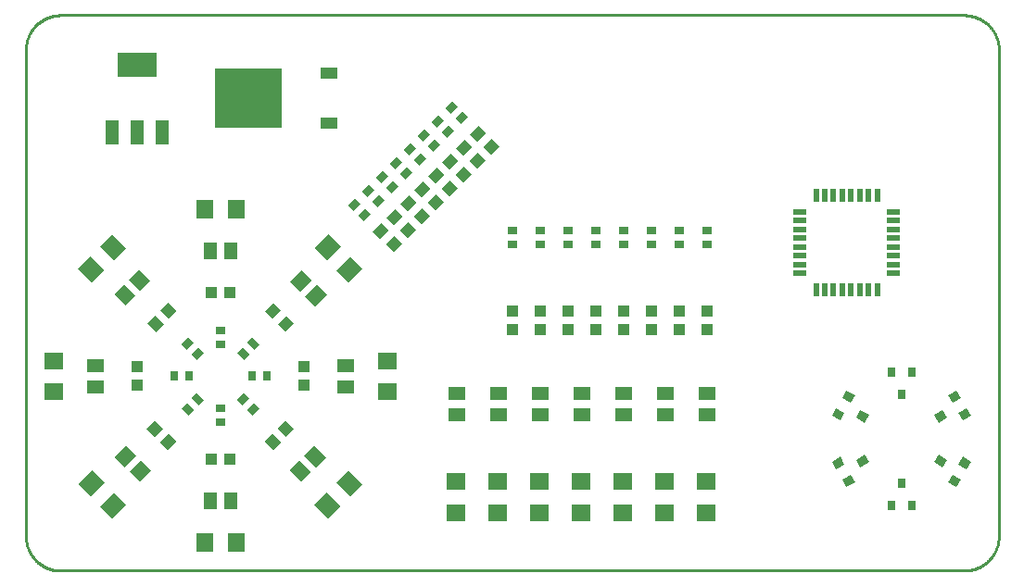
<source format=gbp>
G75*
%MOIN*%
%OFA0B0*%
%FSLAX25Y25*%
%IPPOS*%
%LPD*%
%AMOC8*
5,1,8,0,0,1.08239X$1,22.5*
%
%ADD10C,0.01000*%
%ADD11R,0.04800X0.08800*%
%ADD12R,0.14173X0.08661*%
%ADD13R,0.03150X0.03543*%
%ADD14R,0.06299X0.07098*%
%ADD15R,0.05118X0.05906*%
%ADD16R,0.03937X0.04331*%
%ADD17R,0.02756X0.03543*%
%ADD18R,0.07098X0.06299*%
%ADD19R,0.05906X0.05118*%
%ADD20R,0.04331X0.03937*%
%ADD21R,0.03543X0.02756*%
%ADD22R,0.05000X0.02200*%
%ADD23R,0.02200X0.05000*%
%ADD24R,0.06299X0.03937*%
%ADD25R,0.24409X0.21260*%
D10*
X0014000Y0001750D02*
X0339000Y0001750D01*
X0339302Y0001754D01*
X0339604Y0001765D01*
X0339905Y0001783D01*
X0340206Y0001808D01*
X0340507Y0001841D01*
X0340806Y0001881D01*
X0341104Y0001928D01*
X0341402Y0001983D01*
X0341697Y0002044D01*
X0341991Y0002113D01*
X0342284Y0002189D01*
X0342574Y0002272D01*
X0342863Y0002362D01*
X0343149Y0002459D01*
X0343433Y0002562D01*
X0343714Y0002673D01*
X0343992Y0002790D01*
X0344268Y0002914D01*
X0344540Y0003045D01*
X0344809Y0003182D01*
X0345075Y0003325D01*
X0345337Y0003475D01*
X0345596Y0003632D01*
X0345850Y0003794D01*
X0346101Y0003963D01*
X0346347Y0004137D01*
X0346590Y0004318D01*
X0346827Y0004504D01*
X0347061Y0004696D01*
X0347289Y0004894D01*
X0347513Y0005097D01*
X0347731Y0005305D01*
X0347945Y0005519D01*
X0348153Y0005737D01*
X0348356Y0005961D01*
X0348554Y0006189D01*
X0348746Y0006423D01*
X0348932Y0006660D01*
X0349113Y0006903D01*
X0349287Y0007149D01*
X0349456Y0007400D01*
X0349618Y0007654D01*
X0349775Y0007913D01*
X0349925Y0008175D01*
X0350068Y0008441D01*
X0350205Y0008710D01*
X0350336Y0008982D01*
X0350460Y0009258D01*
X0350577Y0009536D01*
X0350688Y0009817D01*
X0350791Y0010101D01*
X0350888Y0010387D01*
X0350978Y0010676D01*
X0351061Y0010966D01*
X0351137Y0011259D01*
X0351206Y0011553D01*
X0351267Y0011848D01*
X0351322Y0012146D01*
X0351369Y0012444D01*
X0351409Y0012743D01*
X0351442Y0013044D01*
X0351467Y0013345D01*
X0351485Y0013646D01*
X0351496Y0013948D01*
X0351500Y0014250D01*
X0351500Y0189250D01*
X0351496Y0189552D01*
X0351485Y0189854D01*
X0351467Y0190155D01*
X0351442Y0190456D01*
X0351409Y0190757D01*
X0351369Y0191056D01*
X0351322Y0191354D01*
X0351267Y0191652D01*
X0351206Y0191947D01*
X0351137Y0192241D01*
X0351061Y0192534D01*
X0350978Y0192824D01*
X0350888Y0193113D01*
X0350791Y0193399D01*
X0350688Y0193683D01*
X0350577Y0193964D01*
X0350460Y0194242D01*
X0350336Y0194518D01*
X0350205Y0194790D01*
X0350068Y0195059D01*
X0349925Y0195325D01*
X0349775Y0195587D01*
X0349618Y0195846D01*
X0349456Y0196100D01*
X0349287Y0196351D01*
X0349113Y0196597D01*
X0348932Y0196840D01*
X0348746Y0197077D01*
X0348554Y0197311D01*
X0348356Y0197539D01*
X0348153Y0197763D01*
X0347945Y0197981D01*
X0347731Y0198195D01*
X0347513Y0198403D01*
X0347289Y0198606D01*
X0347061Y0198804D01*
X0346827Y0198996D01*
X0346590Y0199182D01*
X0346347Y0199363D01*
X0346101Y0199537D01*
X0345850Y0199706D01*
X0345596Y0199868D01*
X0345337Y0200025D01*
X0345075Y0200175D01*
X0344809Y0200318D01*
X0344540Y0200455D01*
X0344268Y0200586D01*
X0343992Y0200710D01*
X0343714Y0200827D01*
X0343433Y0200938D01*
X0343149Y0201041D01*
X0342863Y0201138D01*
X0342574Y0201228D01*
X0342284Y0201311D01*
X0341991Y0201387D01*
X0341697Y0201456D01*
X0341402Y0201517D01*
X0341104Y0201572D01*
X0340806Y0201619D01*
X0340507Y0201659D01*
X0340206Y0201692D01*
X0339905Y0201717D01*
X0339604Y0201735D01*
X0339302Y0201746D01*
X0339000Y0201750D01*
X0014000Y0201750D01*
X0013698Y0201746D01*
X0013396Y0201735D01*
X0013095Y0201717D01*
X0012794Y0201692D01*
X0012493Y0201659D01*
X0012194Y0201619D01*
X0011896Y0201572D01*
X0011598Y0201517D01*
X0011303Y0201456D01*
X0011009Y0201387D01*
X0010716Y0201311D01*
X0010426Y0201228D01*
X0010137Y0201138D01*
X0009851Y0201041D01*
X0009567Y0200938D01*
X0009286Y0200827D01*
X0009008Y0200710D01*
X0008732Y0200586D01*
X0008460Y0200455D01*
X0008191Y0200318D01*
X0007925Y0200175D01*
X0007663Y0200025D01*
X0007404Y0199868D01*
X0007150Y0199706D01*
X0006899Y0199537D01*
X0006653Y0199363D01*
X0006410Y0199182D01*
X0006173Y0198996D01*
X0005939Y0198804D01*
X0005711Y0198606D01*
X0005487Y0198403D01*
X0005269Y0198195D01*
X0005055Y0197981D01*
X0004847Y0197763D01*
X0004644Y0197539D01*
X0004446Y0197311D01*
X0004254Y0197077D01*
X0004068Y0196840D01*
X0003887Y0196597D01*
X0003713Y0196351D01*
X0003544Y0196100D01*
X0003382Y0195846D01*
X0003225Y0195587D01*
X0003075Y0195325D01*
X0002932Y0195059D01*
X0002795Y0194790D01*
X0002664Y0194518D01*
X0002540Y0194242D01*
X0002423Y0193964D01*
X0002312Y0193683D01*
X0002209Y0193399D01*
X0002112Y0193113D01*
X0002022Y0192824D01*
X0001939Y0192534D01*
X0001863Y0192241D01*
X0001794Y0191947D01*
X0001733Y0191652D01*
X0001678Y0191354D01*
X0001631Y0191056D01*
X0001591Y0190757D01*
X0001558Y0190456D01*
X0001533Y0190155D01*
X0001515Y0189854D01*
X0001504Y0189552D01*
X0001500Y0189250D01*
X0001500Y0014250D01*
X0001504Y0013948D01*
X0001515Y0013646D01*
X0001533Y0013345D01*
X0001558Y0013044D01*
X0001591Y0012743D01*
X0001631Y0012444D01*
X0001678Y0012146D01*
X0001733Y0011848D01*
X0001794Y0011553D01*
X0001863Y0011259D01*
X0001939Y0010966D01*
X0002022Y0010676D01*
X0002112Y0010387D01*
X0002209Y0010101D01*
X0002312Y0009817D01*
X0002423Y0009536D01*
X0002540Y0009258D01*
X0002664Y0008982D01*
X0002795Y0008710D01*
X0002932Y0008441D01*
X0003075Y0008175D01*
X0003225Y0007913D01*
X0003382Y0007654D01*
X0003544Y0007400D01*
X0003713Y0007149D01*
X0003887Y0006903D01*
X0004068Y0006660D01*
X0004254Y0006423D01*
X0004446Y0006189D01*
X0004644Y0005961D01*
X0004847Y0005737D01*
X0005055Y0005519D01*
X0005269Y0005305D01*
X0005487Y0005097D01*
X0005711Y0004894D01*
X0005939Y0004696D01*
X0006173Y0004504D01*
X0006410Y0004318D01*
X0006653Y0004137D01*
X0006899Y0003963D01*
X0007150Y0003794D01*
X0007404Y0003632D01*
X0007663Y0003475D01*
X0007925Y0003325D01*
X0008191Y0003182D01*
X0008460Y0003045D01*
X0008732Y0002914D01*
X0009008Y0002790D01*
X0009286Y0002673D01*
X0009567Y0002562D01*
X0009851Y0002459D01*
X0010137Y0002362D01*
X0010426Y0002272D01*
X0010716Y0002189D01*
X0011009Y0002113D01*
X0011303Y0002044D01*
X0011598Y0001983D01*
X0011896Y0001928D01*
X0012194Y0001881D01*
X0012493Y0001841D01*
X0012794Y0001808D01*
X0013095Y0001783D01*
X0013396Y0001765D01*
X0013698Y0001754D01*
X0014000Y0001750D01*
D11*
X0032400Y0159550D03*
X0041500Y0159550D03*
X0050600Y0159550D03*
D12*
X0041500Y0183951D03*
D13*
G36*
X0296041Y0058457D02*
X0294466Y0055730D01*
X0291399Y0057501D01*
X0292974Y0060228D01*
X0296041Y0058457D01*
G37*
G36*
X0304731Y0057759D02*
X0303156Y0055032D01*
X0300089Y0056803D01*
X0301664Y0059530D01*
X0304731Y0057759D01*
G37*
G36*
X0299782Y0064936D02*
X0298207Y0062209D01*
X0295140Y0063980D01*
X0296715Y0066707D01*
X0299782Y0064936D01*
G37*
X0312760Y0073187D03*
X0320240Y0073187D03*
X0316500Y0065313D03*
G36*
X0329844Y0055032D02*
X0328269Y0057759D01*
X0331336Y0059530D01*
X0332911Y0056803D01*
X0329844Y0055032D01*
G37*
G36*
X0338534Y0055730D02*
X0336959Y0058457D01*
X0340026Y0060228D01*
X0341601Y0057501D01*
X0338534Y0055730D01*
G37*
G36*
X0334793Y0062209D02*
X0333218Y0064936D01*
X0336285Y0066707D01*
X0337860Y0063980D01*
X0334793Y0062209D01*
G37*
G36*
X0328269Y0040741D02*
X0329844Y0043468D01*
X0332911Y0041697D01*
X0331336Y0038970D01*
X0328269Y0040741D01*
G37*
G36*
X0333218Y0033564D02*
X0334793Y0036291D01*
X0337860Y0034520D01*
X0336285Y0031793D01*
X0333218Y0033564D01*
G37*
G36*
X0336959Y0040043D02*
X0338534Y0042770D01*
X0341601Y0040999D01*
X0340026Y0038272D01*
X0336959Y0040043D01*
G37*
X0316500Y0033187D03*
X0312760Y0025313D03*
X0320240Y0025313D03*
G36*
X0298207Y0036291D02*
X0299782Y0033564D01*
X0296715Y0031793D01*
X0295140Y0034520D01*
X0298207Y0036291D01*
G37*
G36*
X0294466Y0042770D02*
X0296041Y0040043D01*
X0292974Y0038272D01*
X0291399Y0040999D01*
X0294466Y0042770D01*
G37*
G36*
X0303156Y0043468D02*
X0304731Y0040741D01*
X0301664Y0038970D01*
X0300089Y0041697D01*
X0303156Y0043468D01*
G37*
D14*
G36*
X0122695Y0032927D02*
X0118241Y0028473D01*
X0113223Y0033491D01*
X0117677Y0037945D01*
X0122695Y0032927D01*
G37*
G36*
X0114777Y0025009D02*
X0110323Y0020555D01*
X0105305Y0025573D01*
X0109759Y0030027D01*
X0114777Y0025009D01*
G37*
X0077098Y0011750D03*
X0065902Y0011750D03*
G36*
X0032677Y0020555D02*
X0028223Y0025009D01*
X0033241Y0030027D01*
X0037695Y0025573D01*
X0032677Y0020555D01*
G37*
G36*
X0024759Y0028473D02*
X0020305Y0032927D01*
X0025323Y0037945D01*
X0029777Y0033491D01*
X0024759Y0028473D01*
G37*
G36*
X0020305Y0110573D02*
X0024759Y0115027D01*
X0029777Y0110009D01*
X0025323Y0105555D01*
X0020305Y0110573D01*
G37*
G36*
X0028223Y0118491D02*
X0032677Y0122945D01*
X0037695Y0117927D01*
X0033241Y0113473D01*
X0028223Y0118491D01*
G37*
X0065902Y0131750D03*
X0077098Y0131750D03*
G36*
X0110323Y0122945D02*
X0114777Y0118491D01*
X0109759Y0113473D01*
X0105305Y0117927D01*
X0110323Y0122945D01*
G37*
G36*
X0118241Y0115027D02*
X0122695Y0110573D01*
X0117677Y0105555D01*
X0113223Y0110009D01*
X0118241Y0115027D01*
G37*
D15*
G36*
X0100292Y0102212D02*
X0096673Y0105831D01*
X0100848Y0110006D01*
X0104467Y0106387D01*
X0100292Y0102212D01*
G37*
G36*
X0105581Y0096923D02*
X0101962Y0100542D01*
X0106137Y0104717D01*
X0109756Y0101098D01*
X0105581Y0096923D01*
G37*
X0075240Y0116750D03*
X0067760Y0116750D03*
G36*
X0038533Y0106637D02*
X0042152Y0110256D01*
X0046327Y0106081D01*
X0042708Y0102462D01*
X0038533Y0106637D01*
G37*
G36*
X0033244Y0101348D02*
X0036863Y0104967D01*
X0041038Y0100792D01*
X0037419Y0097173D01*
X0033244Y0101348D01*
G37*
G36*
X0037669Y0046827D02*
X0041288Y0043208D01*
X0037113Y0039033D01*
X0033494Y0042652D01*
X0037669Y0046827D01*
G37*
G36*
X0042958Y0041538D02*
X0046577Y0037919D01*
X0042402Y0033744D01*
X0038783Y0037363D01*
X0042958Y0041538D01*
G37*
X0067760Y0026750D03*
X0075240Y0026750D03*
G36*
X0104217Y0037363D02*
X0100598Y0033744D01*
X0096423Y0037919D01*
X0100042Y0041538D01*
X0104217Y0037363D01*
G37*
G36*
X0109506Y0042652D02*
X0105887Y0039033D01*
X0101712Y0043208D01*
X0105331Y0046827D01*
X0109506Y0042652D01*
G37*
D16*
G36*
X0098038Y0052727D02*
X0095255Y0049944D01*
X0092194Y0053005D01*
X0094977Y0055788D01*
X0098038Y0052727D01*
G37*
G36*
X0093306Y0047995D02*
X0090523Y0045212D01*
X0087462Y0048273D01*
X0090245Y0051056D01*
X0093306Y0047995D01*
G37*
X0074846Y0041750D03*
X0068154Y0041750D03*
G36*
X0052477Y0045212D02*
X0049694Y0047995D01*
X0052755Y0051056D01*
X0055538Y0048273D01*
X0052477Y0045212D01*
G37*
G36*
X0047745Y0049944D02*
X0044962Y0052727D01*
X0048023Y0055788D01*
X0050806Y0053005D01*
X0047745Y0049944D01*
G37*
G36*
X0045212Y0090773D02*
X0047995Y0093556D01*
X0051056Y0090495D01*
X0048273Y0087712D01*
X0045212Y0090773D01*
G37*
G36*
X0049944Y0095505D02*
X0052727Y0098288D01*
X0055788Y0095227D01*
X0053005Y0092444D01*
X0049944Y0095505D01*
G37*
X0068154Y0101750D03*
X0074846Y0101750D03*
G36*
X0090523Y0098288D02*
X0093306Y0095505D01*
X0090245Y0092444D01*
X0087462Y0095227D01*
X0090523Y0098288D01*
G37*
G36*
X0095255Y0093556D02*
X0098038Y0090773D01*
X0094977Y0087712D01*
X0092194Y0090495D01*
X0095255Y0093556D01*
G37*
G36*
X0134005Y0122306D02*
X0136788Y0119523D01*
X0133727Y0116462D01*
X0130944Y0119245D01*
X0134005Y0122306D01*
G37*
G36*
X0129273Y0127038D02*
X0132056Y0124255D01*
X0128995Y0121194D01*
X0126212Y0123977D01*
X0129273Y0127038D01*
G37*
G36*
X0134273Y0132038D02*
X0137056Y0129255D01*
X0133995Y0126194D01*
X0131212Y0128977D01*
X0134273Y0132038D01*
G37*
G36*
X0139273Y0137038D02*
X0142056Y0134255D01*
X0138995Y0131194D01*
X0136212Y0133977D01*
X0139273Y0137038D01*
G37*
G36*
X0144273Y0142038D02*
X0147056Y0139255D01*
X0143995Y0136194D01*
X0141212Y0138977D01*
X0144273Y0142038D01*
G37*
G36*
X0149273Y0147038D02*
X0152056Y0144255D01*
X0148995Y0141194D01*
X0146212Y0143977D01*
X0149273Y0147038D01*
G37*
G36*
X0154273Y0152038D02*
X0157056Y0149255D01*
X0153995Y0146194D01*
X0151212Y0148977D01*
X0154273Y0152038D01*
G37*
G36*
X0159273Y0157038D02*
X0162056Y0154255D01*
X0158995Y0151194D01*
X0156212Y0153977D01*
X0159273Y0157038D01*
G37*
G36*
X0164273Y0162038D02*
X0167056Y0159255D01*
X0163995Y0156194D01*
X0161212Y0158977D01*
X0164273Y0162038D01*
G37*
G36*
X0169005Y0157306D02*
X0171788Y0154523D01*
X0168727Y0151462D01*
X0165944Y0154245D01*
X0169005Y0157306D01*
G37*
G36*
X0164005Y0152306D02*
X0166788Y0149523D01*
X0163727Y0146462D01*
X0160944Y0149245D01*
X0164005Y0152306D01*
G37*
G36*
X0159005Y0147306D02*
X0161788Y0144523D01*
X0158727Y0141462D01*
X0155944Y0144245D01*
X0159005Y0147306D01*
G37*
G36*
X0154005Y0142306D02*
X0156788Y0139523D01*
X0153727Y0136462D01*
X0150944Y0139245D01*
X0154005Y0142306D01*
G37*
G36*
X0149005Y0137306D02*
X0151788Y0134523D01*
X0148727Y0131462D01*
X0145944Y0134245D01*
X0149005Y0137306D01*
G37*
G36*
X0144005Y0132306D02*
X0146788Y0129523D01*
X0143727Y0126462D01*
X0140944Y0129245D01*
X0144005Y0132306D01*
G37*
G36*
X0139005Y0127306D02*
X0141788Y0124523D01*
X0138727Y0121462D01*
X0135944Y0124245D01*
X0139005Y0127306D01*
G37*
D17*
G36*
X0128033Y0132714D02*
X0126084Y0134663D01*
X0128587Y0137166D01*
X0130536Y0135217D01*
X0128033Y0132714D01*
G37*
G36*
X0123033Y0127714D02*
X0121084Y0129663D01*
X0123587Y0132166D01*
X0125536Y0130217D01*
X0123033Y0127714D01*
G37*
G36*
X0119413Y0131334D02*
X0117464Y0133283D01*
X0119967Y0135786D01*
X0121916Y0133837D01*
X0119413Y0131334D01*
G37*
G36*
X0124413Y0136334D02*
X0122464Y0138283D01*
X0124967Y0140786D01*
X0126916Y0138837D01*
X0124413Y0136334D01*
G37*
G36*
X0133033Y0137714D02*
X0131084Y0139663D01*
X0133587Y0142166D01*
X0135536Y0140217D01*
X0133033Y0137714D01*
G37*
G36*
X0129413Y0141334D02*
X0127464Y0143283D01*
X0129967Y0145786D01*
X0131916Y0143837D01*
X0129413Y0141334D01*
G37*
G36*
X0138033Y0142714D02*
X0136084Y0144663D01*
X0138587Y0147166D01*
X0140536Y0145217D01*
X0138033Y0142714D01*
G37*
G36*
X0134413Y0146334D02*
X0132464Y0148283D01*
X0134967Y0150786D01*
X0136916Y0148837D01*
X0134413Y0146334D01*
G37*
G36*
X0143033Y0147714D02*
X0141084Y0149663D01*
X0143587Y0152166D01*
X0145536Y0150217D01*
X0143033Y0147714D01*
G37*
G36*
X0139413Y0151334D02*
X0137464Y0153283D01*
X0139967Y0155786D01*
X0141916Y0153837D01*
X0139413Y0151334D01*
G37*
G36*
X0148033Y0152714D02*
X0146084Y0154663D01*
X0148587Y0157166D01*
X0150536Y0155217D01*
X0148033Y0152714D01*
G37*
G36*
X0144413Y0156334D02*
X0142464Y0158283D01*
X0144967Y0160786D01*
X0146916Y0158837D01*
X0144413Y0156334D01*
G37*
G36*
X0153033Y0157714D02*
X0151084Y0159663D01*
X0153587Y0162166D01*
X0155536Y0160217D01*
X0153033Y0157714D01*
G37*
G36*
X0149413Y0161334D02*
X0147464Y0163283D01*
X0149967Y0165786D01*
X0151916Y0163837D01*
X0149413Y0161334D01*
G37*
G36*
X0158033Y0162714D02*
X0156084Y0164663D01*
X0158587Y0167166D01*
X0160536Y0165217D01*
X0158033Y0162714D01*
G37*
G36*
X0154413Y0166334D02*
X0152464Y0168283D01*
X0154967Y0170786D01*
X0156916Y0168837D01*
X0154413Y0166334D01*
G37*
G36*
X0081084Y0083837D02*
X0083033Y0085786D01*
X0085536Y0083283D01*
X0083587Y0081334D01*
X0081084Y0083837D01*
G37*
G36*
X0077464Y0080217D02*
X0079413Y0082166D01*
X0081916Y0079663D01*
X0079967Y0077714D01*
X0077464Y0080217D01*
G37*
X0082941Y0071750D03*
X0088059Y0071750D03*
G36*
X0079967Y0065786D02*
X0081916Y0063837D01*
X0079413Y0061334D01*
X0077464Y0063283D01*
X0079967Y0065786D01*
G37*
G36*
X0083587Y0062166D02*
X0085536Y0060217D01*
X0083033Y0057714D01*
X0081084Y0059663D01*
X0083587Y0062166D01*
G37*
G36*
X0061084Y0063837D02*
X0063033Y0065786D01*
X0065536Y0063283D01*
X0063587Y0061334D01*
X0061084Y0063837D01*
G37*
G36*
X0057464Y0060217D02*
X0059413Y0062166D01*
X0061916Y0059663D01*
X0059967Y0057714D01*
X0057464Y0060217D01*
G37*
X0054941Y0071750D03*
X0060059Y0071750D03*
G36*
X0063587Y0082166D02*
X0065536Y0080217D01*
X0063033Y0077714D01*
X0061084Y0079663D01*
X0063587Y0082166D01*
G37*
G36*
X0059967Y0085786D02*
X0061916Y0083837D01*
X0059413Y0081334D01*
X0057464Y0083283D01*
X0059967Y0085786D01*
G37*
D18*
X0011500Y0077348D03*
X0011500Y0066152D03*
X0131500Y0066152D03*
X0131500Y0077348D03*
X0156250Y0033848D03*
X0171250Y0033848D03*
X0186250Y0033848D03*
X0186250Y0022652D03*
X0171250Y0022652D03*
X0156250Y0022652D03*
X0201250Y0022652D03*
X0216250Y0022652D03*
X0231250Y0022652D03*
X0246250Y0022652D03*
X0246250Y0033848D03*
X0231250Y0033848D03*
X0216250Y0033848D03*
X0201250Y0033848D03*
D19*
X0201500Y0058010D03*
X0201500Y0065490D03*
X0216500Y0065490D03*
X0216500Y0058010D03*
X0231500Y0058010D03*
X0231500Y0065490D03*
X0246500Y0065490D03*
X0246500Y0058010D03*
X0186500Y0058010D03*
X0186500Y0065490D03*
X0171500Y0065490D03*
X0171500Y0058010D03*
X0156500Y0058010D03*
X0156500Y0065490D03*
X0116500Y0068010D03*
X0116500Y0075490D03*
X0026500Y0075490D03*
X0026500Y0068010D03*
D20*
X0041500Y0068404D03*
X0041500Y0075096D03*
X0101500Y0075096D03*
X0101500Y0068404D03*
X0176500Y0088404D03*
X0186500Y0088404D03*
X0186500Y0095096D03*
X0176500Y0095096D03*
X0196500Y0095096D03*
X0196500Y0088404D03*
X0206500Y0088404D03*
X0206500Y0095096D03*
X0216500Y0095096D03*
X0216500Y0088404D03*
X0226500Y0088404D03*
X0236500Y0088404D03*
X0236500Y0095096D03*
X0226500Y0095096D03*
X0246500Y0095096D03*
X0246500Y0088404D03*
D21*
X0246500Y0119191D03*
X0246500Y0124309D03*
X0236500Y0124309D03*
X0226500Y0124309D03*
X0226500Y0119191D03*
X0236500Y0119191D03*
X0216500Y0119191D03*
X0216500Y0124309D03*
X0206500Y0124309D03*
X0206500Y0119191D03*
X0196500Y0119191D03*
X0196500Y0124309D03*
X0186500Y0124309D03*
X0176500Y0124309D03*
X0176500Y0119191D03*
X0186500Y0119191D03*
X0071500Y0088309D03*
X0071500Y0083191D03*
X0071500Y0060309D03*
X0071500Y0055191D03*
D22*
X0279876Y0108837D03*
X0279876Y0111986D03*
X0279876Y0115136D03*
X0279876Y0118285D03*
X0279876Y0121435D03*
X0279876Y0124585D03*
X0279876Y0127734D03*
X0279876Y0130884D03*
X0313676Y0130884D03*
X0313676Y0127734D03*
X0313676Y0124585D03*
X0313676Y0121435D03*
X0313676Y0118285D03*
X0313676Y0115136D03*
X0313676Y0111986D03*
X0313676Y0108837D03*
D23*
X0307799Y0102960D03*
X0304650Y0102960D03*
X0301500Y0102960D03*
X0298350Y0102960D03*
X0295201Y0102960D03*
X0292051Y0102960D03*
X0288902Y0102960D03*
X0285752Y0102960D03*
X0285752Y0136760D03*
X0288902Y0136760D03*
X0292051Y0136760D03*
X0295201Y0136760D03*
X0298350Y0136760D03*
X0301500Y0136760D03*
X0304650Y0136760D03*
X0307799Y0136760D03*
D24*
X0110398Y0162774D03*
X0110398Y0180726D03*
D25*
X0081657Y0171750D03*
M02*

</source>
